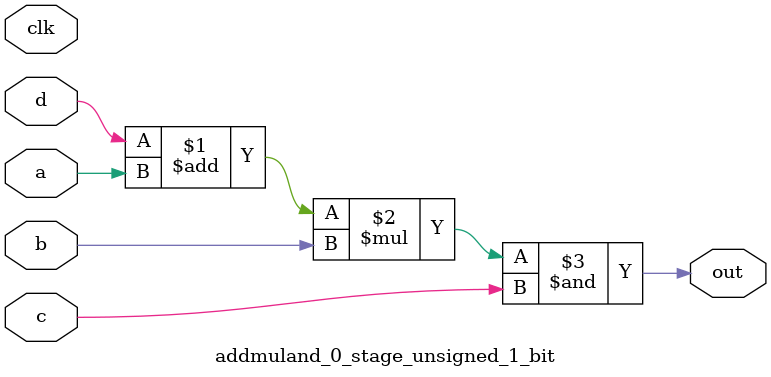
<source format=sv>
(* use_dsp = "yes" *) module addmuland_0_stage_unsigned_1_bit(
	input  [0:0] a,
	input  [0:0] b,
	input  [0:0] c,
	input  [0:0] d,
	output [0:0] out,
	input clk);

	assign out = ((d + a) * b) & c;
endmodule

</source>
